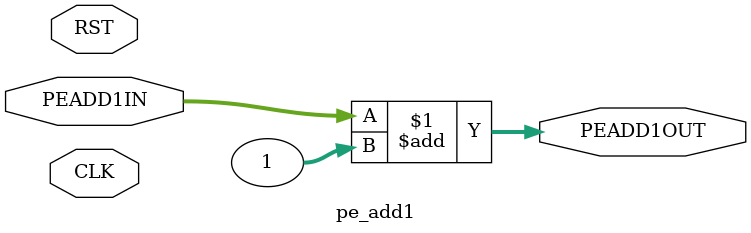
<source format=sv>
`default_nettype none
module pe_add1
  (input wire CLK, RST,
   input wire [63:0]  PEADD1IN,
   output wire [63:0] PEADD1OUT
   );

   assign PEADD1OUT = PEADD1IN + 1;
   
endmodule
   
`default_nettype wire

</source>
